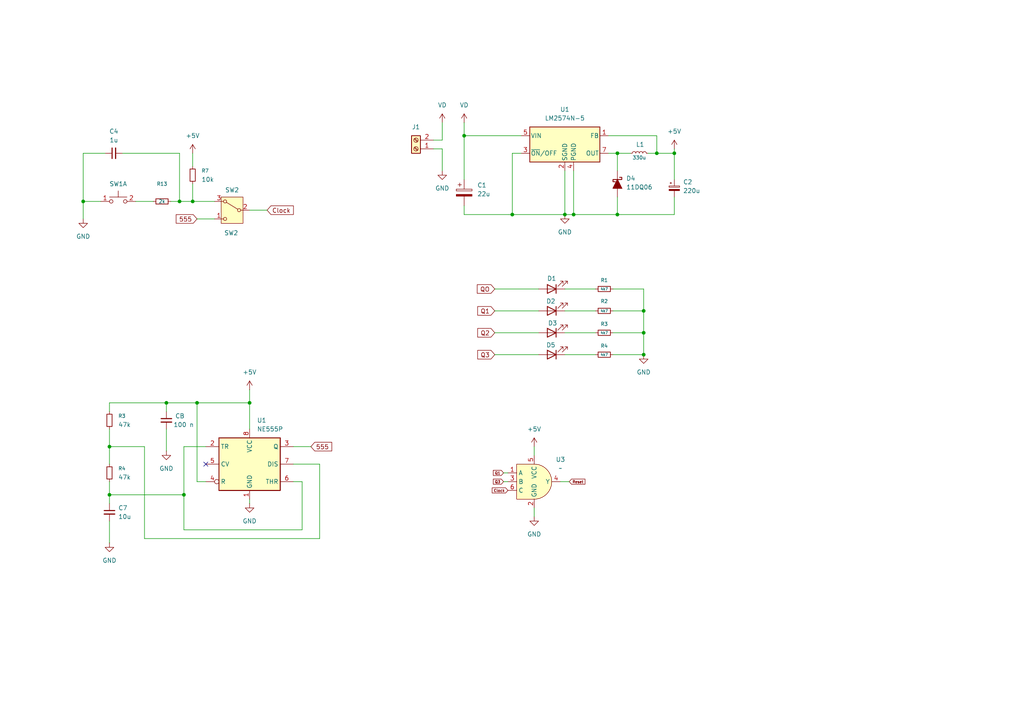
<source format=kicad_sch>
(kicad_sch (version 20250114) (generator "eeschema") (generator_version "9.0")
  (paper "A4")
  (title_block (title "BCD brojač") (rev "0") (company "TVZ - Tehničko veleučilište u Zagrebu") (comment 1 "izradio: Ivan Brajković"))
  (lib_symbols
    (symbol "Connector:Screw_Terminal_01x02" (pin_names (offset 1.016) (hide yes))
      (property "Reference" "J" (at 0 2.54 0))
      (property "Value" "Screw_Terminal_01x02" (at 0 -5.08 0))
      (symbol "Screw_Terminal_01x02_1_1"
        (rectangle (start -1.27 1.27) (end 1.27 -3.81) (stroke (width 0.254)) (fill (type background)))
        (polyline (pts (xy -0.5334 0.3302) (xy 0.3302 -0.508)) (stroke (width 0.1524)))
        (polyline (pts (xy -0.5334 -2.2098) (xy 0.3302 -3.048)) (stroke (width 0.1524)))
        (polyline (pts (xy -0.3556 0.508) (xy 0.508 -0.3302)) (stroke (width 0.1524)))
        (polyline (pts (xy -0.3556 -2.032) (xy 0.508 -2.8702)) (stroke (width 0.1524)))
        (circle (center 0 0) (radius 0.635) (stroke (width 0.1524)))
        (circle (center 0 -2.54) (radius 0.635) (stroke (width 0.1524)))
        (pin passive line (at -5.08 0 0) (length 3.81) (name "Pin_1") (number "1"))
        (pin passive line (at -5.08 -2.54 0) (length 3.81) (name "Pin_2") (number "2"))
      )
    )
    (symbol "Device:C_Polarized" (pin_numbers (hide yes)) (pin_names (offset 0.254))
      (property "Reference" "C" (at 0.635 2.54 0))
      (property "Value" "C_Polarized" (at 0.635 -2.54 0))
      (symbol "C_Polarized_0_1"
        (rectangle (start -2.286 0.508) (end 2.286 1.016))
        (polyline (pts (xy -1.778 2.286) (xy -0.762 2.286)))
        (polyline (pts (xy -1.27 2.794) (xy -1.27 1.778)))
        (rectangle (start 2.286 -0.508) (end -2.286 -1.016) (fill (type outline)))
      )
      (symbol "C_Polarized_1_1"
        (pin passive line (at 0 3.81 270) (length 2.794) (name "~") (number "1"))
        (pin passive line (at 0 -3.81 90) (length 2.794) (name "~") (number "2"))
      )
    )
    (symbol "Device:C_Polarized_Small" (pin_numbers (hide yes)) (pin_names (offset 0.254) (hide yes))
      (property "Reference" "C" (at 0.254 1.778 0))
      (property "Value" "C_Polarized_Small" (at 0.254 -2.032 0))
      (symbol "C_Polarized_Small_0_1"
        (rectangle (start -1.524 0.6858) (end 1.524 0.3048))
        (rectangle (start -1.524 -0.3048) (end 1.524 -0.6858) (fill (type outline)))
        (polyline (pts (xy -1.27 1.524) (xy -0.762 1.524)))
        (polyline (pts (xy -1.016 1.27) (xy -1.016 1.778)))
      )
      (symbol "C_Polarized_Small_1_1"
        (pin passive line (at 0 2.54 270) (length 1.8542) (name "~") (number "1"))
        (pin passive line (at 0 -2.54 90) (length 1.8542) (name "~") (number "2"))
      )
    )
    (symbol "Device:C_Small" (pin_numbers (hide yes)) (pin_names (offset 0.254) (hide yes))
      (property "Reference" "C" (at 0.254 1.778 0))
      (property "Value" "C_Small" (at 0.254 -2.032 0))
      (symbol "C_Small_0_1"
        (polyline (pts (xy -1.524 0.508) (xy 1.524 0.508)) (stroke (width 0.3048)))
        (polyline (pts (xy -1.524 -0.508) (xy 1.524 -0.508)) (stroke (width 0.3302)))
      )
      (symbol "C_Small_1_1"
        (pin passive line (at 0 2.54 270) (length 2.032) (name "~") (number "1"))
        (pin passive line (at 0 -2.54 90) (length 2.032) (name "~") (number "2"))
      )
    )
    (symbol "Device:D_Schottky_Filled" (pin_numbers (hide yes)) (pin_names (offset 1.016) (hide yes))
      (property "Reference" "D" (at 0 2.54 0))
      (property "Value" "D_Schottky_Filled" (at 0 -2.54 0))
      (symbol "D_Schottky_Filled_0_1"
        (polyline (pts (xy -1.905 0.635) (xy -1.905 1.27) (xy -1.27 1.27) (xy -1.27 -1.27) (xy -0.635 -1.27) (xy -0.635 -0.635)) (stroke (width 0.254)))
        (polyline (pts (xy 1.27 1.27) (xy 1.27 -1.27) (xy -1.27 0) (xy 1.27 1.27)) (stroke (width 0.254)) (fill (type outline)))
        (polyline (pts (xy 1.27 0) (xy -1.27 0)))
      )
      (symbol "D_Schottky_Filled_1_1"
        (pin passive line (at -3.81 0 0) (length 2.54) (name "K") (number "1"))
        (pin passive line (at 3.81 0 180) (length 2.54) (name "A") (number "2"))
      )
    )
    (symbol "Device:LED" (pin_numbers (hide yes)) (pin_names (offset 1.016) (hide yes))
      (property "Reference" "D" (at 0 2.54 0))
      (property "Value" "LED" (at 0 -2.54 0))
      (symbol "LED_0_1"
        (polyline (pts (xy -3.048 -0.762) (xy -4.572 -2.286) (xy -3.81 -2.286) (xy -4.572 -2.286) (xy -4.572 -1.524)))
        (polyline (pts (xy -1.778 -0.762) (xy -3.302 -2.286) (xy -2.54 -2.286) (xy -3.302 -2.286) (xy -3.302 -1.524)))
        (polyline (pts (xy -1.27 0) (xy 1.27 0)))
        (polyline (pts (xy -1.27 -1.27) (xy -1.27 1.27)) (stroke (width 0.254)))
        (polyline (pts (xy 1.27 -1.27) (xy 1.27 1.27) (xy -1.27 0) (xy 1.27 -1.27)) (stroke (width 0.254)))
      )
      (symbol "LED_1_1"
        (pin passive line (at -3.81 0 0) (length 2.54) (name "K") (number "1"))
        (pin passive line (at 3.81 0 180) (length 2.54) (name "A") (number "2"))
      )
    )
    (symbol "Device:L_Small" (pin_numbers (hide yes)) (pin_names (offset 0.254) (hide yes))
      (property "Reference" "L" (at 0.762 1.016 0))
      (property "Value" "L_Small" (at 0.762 -1.016 0))
      (symbol "L_Small_0_1"
        (arc (start 0 2.032) (mid 0.5058 1.524) (end 0 1.016))
        (arc (start 0 1.016) (mid 0.5058 0.508) (end 0 0))
        (arc (start 0 0) (mid 0.5058 -0.508) (end 0 -1.016))
        (arc (start 0 -1.016) (mid 0.5058 -1.524) (end 0 -2.032))
      )
      (symbol "L_Small_1_1"
        (pin passive line (at 0 2.54 270) (length 0.508) (name "~") (number "1"))
        (pin passive line (at 0 -2.54 90) (length 0.508) (name "~") (number "2"))
      )
    )
    (symbol "Device:R_Small" (pin_numbers (hide yes)) (pin_names (offset 0.254) (hide yes))
      (property "Reference" "R" (at 0 0 90))
      (property "Value" "R_Small" (at 1.778 0 90))
      (symbol "R_Small_0_1"
        (rectangle (start -0.762 1.778) (end 0.762 -1.778) (stroke (width 0.2032)))
      )
      (symbol "R_Small_1_1"
        (pin passive line (at 0 2.54 270) (length 0.762) (name "~") (number "1"))
        (pin passive line (at 0 -2.54 90) (length 0.762) (name "~") (number "2"))
      )
    )
    (symbol "Regulator_Switching:LM2574N-5" (pin_names (offset 0.254))
      (property "Reference" "U" (at -10.16 6.35 0))
      (property "Value" "LM2574N-5" (at 0 6.35 0))
      (symbol "LM2574N-5_0_1"
        (rectangle (start -10.16 5.08) (end 10.16 -5.08) (stroke (width 0.254)) (fill (type background)))
      )
      (symbol "LM2574N-5_1_1"
        (pin power_in line (at -12.7 2.54 0) (length 2.54) (name "VIN") (number "5"))
        (pin input line (at -12.7 -2.54 0) (length 2.54) (name "~{ON}/OFF") (number "3"))
        (pin no_connect line (at -10.16 0 0) (length 2.54) (hide yes) (name "NC") (number "6"))
        (pin power_in line (at 0 -7.62 90) (length 2.54) (name "SGND") (number "2"))
        (pin power_in line (at 2.54 -7.62 90) (length 2.54) (name "PGND") (number "4"))
        (pin no_connect line (at 10.16 0 180) (length 2.54) (hide yes) (name "NC") (number "8"))
        (pin input line (at 12.7 2.54 180) (length 2.54) (name "FB") (number "1"))
        (pin output line (at 12.7 -2.54 180) (length 2.54) (name "OUT") (number "7"))
      )
    )
    (symbol "SN74LVC1G11:SN74LVC1G11"
      (property "Reference" "U?" (at -2.54 7.62 0))
      (symbol "SN74LVC1G11_1_1"
        (arc (start 0 5.08) (mid 5.08 0) (end 0 -5.08) (fill (type color) (color 255 255 194 1)))
        (polyline (pts (xy 0 -5.08) (xy -5.08 -5.08) (xy -5.08 5.08) (xy 0 5.08)) (fill (type color) (color 255 255 194 1)))
        (pin input line (at -7.62 2.54 0) (length 2.54) (name "A") (number "1"))
        (pin input line (at -7.62 0 0) (length 2.54) (name "B") (number "3"))
        (pin input line (at -7.62 -2.54 0) (length 2.54) (name "C") (number "6"))
        (pin power_in line (at 0 7.62 270) (length 2.54) (name "VCC") (number "5"))
        (pin power_out line (at 0 -7.62 90) (length 2.54) (name "GND") (number "2"))
        (pin output line (at 7.62 0 180) (length 2.54) (name "Y") (number "4"))
      )
    )
    (symbol "Switch:SW_Nidec_CAS-120A1" (pin_names (offset 1) (hide yes))
      (property "Reference" "SW" (at 0 4.318 0))
      (property "Value" "SW_Nidec_CAS-120A1" (at 0 -5.08 0))
      (symbol "SW_Nidec_CAS-120A1_0_1"
        (circle (center -2.032 0) (radius 0.4572))
        (polyline (pts (xy -1.651 0.254) (xy 1.651 2.286)))
        (circle (center 2.032 2.54) (radius 0.4572))
        (circle (center 2.032 -2.54) (radius 0.4572))
      )
      (symbol "SW_Nidec_CAS-120A1_1_1"
        (rectangle (start -3.175 3.81) (end 3.175 -3.81) (fill (type background)))
        (pin passive line (at -5.08 0 0) (length 2.54) (name "B") (number "2"))
        (pin passive line (at 5.08 2.54 180) (length 2.54) (name "A") (number "3"))
        (pin passive line (at 5.08 -2.54 180) (length 2.54) (name "C") (number "1"))
      )
    )
    (symbol "Switch:SW_Push_Dual_x2" (pin_names (offset 1.016) (hide yes))
      (property "Reference" "SW" (at 1.27 2.54 0))
      (property "Value" "SW_Push_Dual_x2" (at 0 -1.524 0))
      (symbol "SW_Push_Dual_x2_0_1"
        (circle (center -2.032 0) (radius 0.508))
        (polyline (pts (xy 0 1.27) (xy 0 3.048)))
        (circle (center 2.032 0) (radius 0.508))
        (polyline (pts (xy 2.54 1.27) (xy -2.54 1.27)))
      )
      (symbol "SW_Push_Dual_x2_1_1"
        (pin passive line (at -5.08 0 0) (length 2.54) (name "C") (number "1"))
        (pin passive line (at 5.08 0 180) (length 2.54) (name "D") (number "2"))
      )
      (symbol "SW_Push_Dual_x2_2_1"
        (pin passive line (at -5.08 0 0) (length 2.54) (name "C") (number "3"))
        (pin passive line (at 5.08 0 180) (length 2.54) (name "D") (number "4"))
      )
    )
    (symbol "Timer:NE555P"
      (property "Reference" "U" (at -10.16 8.89 0))
      (property "Value" "NE555P" (at 2.54 8.89 0))
      (symbol "NE555P_0_0"
        (pin power_in line (at 0 10.16 270) (length 2.54) (name "VCC") (number "8"))
        (pin power_in line (at 0 -10.16 90) (length 2.54) (name "GND") (number "1"))
      )
      (symbol "NE555P_0_1"
        (rectangle (start -8.89 -7.62) (end 8.89 7.62) (stroke (width 0.254)) (fill (type background)))
        (rectangle (start -8.89 -7.62) (end 8.89 7.62) (stroke (width 0.254)) (fill (type background)))
      )
      (symbol "NE555P_1_1"
        (pin input line (at -12.7 5.08 0) (length 3.81) (name "TR") (number "2"))
        (pin input line (at -12.7 0 0) (length 3.81) (name "CV") (number "5"))
        (pin input inverted (at -12.7 -5.08 0) (length 3.81) (name "R") (number "4"))
        (pin output line (at 12.7 5.08 180) (length 3.81) (name "Q") (number "3"))
        (pin input line (at 12.7 0 180) (length 3.81) (name "DIS") (number "7"))
        (pin input line (at 12.7 -5.08 180) (length 3.81) (name "THR") (number "6"))
      )
    )
    (symbol "power:+5V" (power) (pin_numbers (hide yes)) (pin_names (offset 0) (hide yes))
      (property "Value" "+5V" (at 0 3.556 0))
      (symbol "+5V_0_1"
        (polyline (pts (xy -0.762 1.27) (xy 0 2.54)))
        (polyline (pts (xy 0 2.54) (xy 0.762 1.27)))
        (polyline (pts (xy 0 0) (xy 0 2.54)))
      )
      (symbol "+5V_1_1"
        (pin power_in line (at 0 0 90) (length 0) (name "~") (number "1"))
      )
    )
    (symbol "power:GND" (power) (pin_numbers (hide yes)) (pin_names (offset 0) (hide yes))
      (property "Value" "GND" (at 0 -3.81 0))
      (symbol "GND_0_1"
        (polyline (pts (xy 0 0) (xy 0 -1.27) (xy 1.27 -1.27) (xy 0 -2.54) (xy -1.27 -1.27) (xy 0 -1.27)))
      )
      (symbol "GND_1_1"
        (pin power_in line (at 0 0 270) (length 0) (name "~") (number "1"))
      )
    )
    (symbol "power:VD" (power) (pin_numbers (hide yes)) (pin_names (offset 0) (hide yes))
      (property "Value" "VD" (at 0 3.556 0))
      (symbol "VD_0_1"
        (polyline (pts (xy -0.762 1.27) (xy 0 2.54)))
        (polyline (pts (xy 0 2.54) (xy 0.762 1.27)))
        (polyline (pts (xy 0 0) (xy 0 2.54)))
      )
      (symbol "VD_1_1"
        (pin power_in line (at 0 0 90) (length 0) (name "~") (number "1"))
      )
    )
  )
  (junction (at 163.83 62.23))
  (junction (at 179.07 62.23))
  (junction (at 166.37 62.23))
  (junction (at 31.75 143.51))
  (junction (at 179.07 44.45))
  (junction (at 57.15 116.84))
  (junction (at 186.69 96.52))
  (junction (at 72.39 116.84))
  (junction (at 53.34 143.51))
  (junction (at 195.58 44.45))
  (junction (at 186.69 90.17))
  (junction (at 52.07 58.42))
  (junction (at 24.13 58.42))
  (junction (at 190.5 44.45))
  (junction (at 186.69 102.87))
  (junction (at 55.88 58.42))
  (junction (at 148.59 62.23))
  (junction (at 31.75 129.54))
  (junction (at 48.26 116.84))
  (junction (at 134.62 39.37))
  (no_connect (at 59.69 134.62))
  (wire (pts (xy 163.83 49.53) (xy 163.83 62.23)))
  (wire (pts (xy 92.71 134.62) (xy 92.71 156.21)))
  (wire (pts (xy 31.75 143.51) (xy 53.34 143.51)))
  (wire (pts (xy 31.75 129.54) (xy 31.75 134.62)))
  (wire (pts (xy 48.26 119.38) (xy 48.26 116.84)))
  (wire (pts (xy 179.07 44.45) (xy 182.88 44.45)))
  (wire (pts (xy 57.15 116.84) (xy 57.15 139.7)))
  (wire (pts (xy 125.73 43.18) (xy 128.27 43.18)))
  (wire (pts (xy 134.62 62.23) (xy 148.59 62.23)))
  (wire (pts (xy 177.8 83.82) (xy 186.69 83.82)))
  (wire (pts (xy 55.88 53.34) (xy 55.88 58.42)))
  (wire (pts (xy 186.69 90.17) (xy 186.69 96.52)))
  (wire (pts (xy 186.69 96.52) (xy 186.69 102.87)))
  (wire (pts (xy 55.88 44.45) (xy 55.88 48.26)))
  (wire (pts (xy 190.5 44.45) (xy 195.58 44.45)))
  (wire (pts (xy 39.37 58.42) (xy 44.45 58.42)))
  (wire (pts (xy 59.69 139.7) (xy 57.15 139.7)))
  (wire (pts (xy 92.71 156.21) (xy 41.91 156.21)))
  (wire (pts (xy 24.13 44.45) (xy 24.13 58.42)))
  (wire (pts (xy 166.37 49.53) (xy 166.37 62.23)))
  (wire (pts (xy 52.07 44.45) (xy 52.07 58.42)))
  (wire (pts (xy 48.26 116.84) (xy 57.15 116.84)))
  (wire (pts (xy 195.58 43.18) (xy 195.58 44.45)))
  (wire (pts (xy 143.51 83.82) (xy 156.21 83.82)))
  (wire (pts (xy 151.13 39.37) (xy 134.62 39.37)))
  (wire (pts (xy 176.53 44.45) (xy 179.07 44.45)))
  (wire (pts (xy 148.59 62.23) (xy 163.83 62.23)))
  (wire (pts (xy 163.83 102.87) (xy 172.72 102.87)))
  (wire (pts (xy 134.62 59.69) (xy 134.62 62.23)))
  (wire (pts (xy 143.51 96.52) (xy 156.21 96.52)))
  (wire (pts (xy 31.75 124.46) (xy 31.75 129.54)))
  (wire (pts (xy 31.75 119.38) (xy 31.75 116.84)))
  (wire (pts (xy 24.13 58.42) (xy 24.13 63.5)))
  (wire (pts (xy 35.56 44.45) (xy 52.07 44.45)))
  (wire (pts (xy 29.21 58.42) (xy 24.13 58.42)))
  (wire (pts (xy 31.75 116.84) (xy 48.26 116.84)))
  (wire (pts (xy 85.09 129.54) (xy 90.17 129.54)))
  (wire (pts (xy 186.69 83.82) (xy 186.69 90.17)))
  (wire (pts (xy 57.15 116.84) (xy 72.39 116.84)))
  (wire (pts (xy 134.62 39.37) (xy 134.62 52.07)))
  (wire (pts (xy 31.75 151.13) (xy 31.75 157.48)))
  (wire (pts (xy 59.69 129.54) (xy 53.34 129.54)))
  (wire (pts (xy 154.94 149.86) (xy 154.94 147.32)))
  (wire (pts (xy 146.05 139.7) (xy 147.32 139.7)))
  (wire (pts (xy 41.91 129.54) (xy 31.75 129.54)))
  (wire (pts (xy 30.48 44.45) (xy 24.13 44.45)))
  (wire (pts (xy 143.51 90.17) (xy 156.21 90.17)))
  (wire (pts (xy 87.63 153.67) (xy 53.34 153.67)))
  (wire (pts (xy 128.27 43.18) (xy 128.27 49.53)))
  (wire (pts (xy 41.91 156.21) (xy 41.91 129.54)))
  (wire (pts (xy 134.62 35.56) (xy 134.62 39.37)))
  (wire (pts (xy 187.96 44.45) (xy 190.5 44.45)))
  (wire (pts (xy 163.83 90.17) (xy 172.72 90.17)))
  (wire (pts (xy 179.07 62.23) (xy 166.37 62.23)))
  (wire (pts (xy 165.1 139.7) (xy 162.56 139.7)))
  (wire (pts (xy 72.39 60.96) (xy 77.47 60.96)))
  (wire (pts (xy 154.94 129.54) (xy 154.94 132.08)))
  (wire (pts (xy 143.51 102.87) (xy 156.21 102.87)))
  (wire (pts (xy 49.53 58.42) (xy 52.07 58.42)))
  (wire (pts (xy 176.53 39.37) (xy 190.5 39.37)))
  (wire (pts (xy 148.59 44.45) (xy 148.59 62.23)))
  (wire (pts (xy 55.88 58.42) (xy 62.23 58.42)))
  (wire (pts (xy 125.73 40.64) (xy 128.27 40.64)))
  (wire (pts (xy 72.39 113.03) (xy 72.39 116.84)))
  (wire (pts (xy 151.13 44.45) (xy 148.59 44.45)))
  (wire (pts (xy 195.58 57.15) (xy 195.58 62.23)))
  (wire (pts (xy 72.39 144.78) (xy 72.39 146.05)))
  (wire (pts (xy 195.58 44.45) (xy 195.58 52.07)))
  (wire (pts (xy 177.8 90.17) (xy 186.69 90.17)))
  (wire (pts (xy 163.83 83.82) (xy 172.72 83.82)))
  (wire (pts (xy 146.05 137.16) (xy 147.32 137.16)))
  (wire (pts (xy 179.07 44.45) (xy 179.07 49.53)))
  (wire (pts (xy 177.8 102.87) (xy 186.69 102.87)))
  (wire (pts (xy 190.5 39.37) (xy 190.5 44.45)))
  (wire (pts (xy 177.8 96.52) (xy 186.69 96.52)))
  (wire (pts (xy 163.83 96.52) (xy 172.72 96.52)))
  (wire (pts (xy 179.07 57.15) (xy 179.07 62.23)))
  (wire (pts (xy 31.75 139.7) (xy 31.75 143.51)))
  (wire (pts (xy 85.09 134.62) (xy 92.71 134.62)))
  (wire (pts (xy 85.09 139.7) (xy 87.63 139.7)))
  (wire (pts (xy 166.37 62.23) (xy 163.83 62.23)))
  (wire (pts (xy 72.39 116.84) (xy 72.39 124.46)))
  (wire (pts (xy 48.26 124.46) (xy 48.26 130.81)))
  (wire (pts (xy 57.15 63.5) (xy 62.23 63.5)))
  (wire (pts (xy 31.75 143.51) (xy 31.75 146.05)))
  (wire (pts (xy 53.34 129.54) (xy 53.34 143.51)))
  (wire (pts (xy 53.34 153.67) (xy 53.34 143.51)))
  (wire (pts (xy 128.27 35.56) (xy 128.27 40.64)))
  (wire (pts (xy 87.63 139.7) (xy 87.63 153.67)))
  (wire (pts (xy 52.07 58.42) (xy 55.88 58.42)))
  (wire (pts (xy 195.58 62.23) (xy 179.07 62.23)))
  (global_label "Q2" (shape input) (at 143.51 96.52 180) (property "Intersheetrefs" "${INTERSHEET_REFS}" (effects (hide yes))))
  (global_label "Clock" (shape input) (at 147.32 142.24 180) (effects (font (size 0.762 0.762))) (property "Intersheetrefs" "${INTERSHEET_REFS}" (effects (hide yes))))
  (global_label "Reset" (shape input) (at 165.1 139.7 0) (effects (font (size 0.762 0.762))) (property "Intersheetrefs" "${INTERSHEET_REFS}" (effects (hide yes))))
  (global_label "Clock" (shape input) (at 77.47 60.96 0) (property "Intersheetrefs" "${INTERSHEET_REFS}" (effects (hide yes))))
  (global_label "Q3" (shape input) (at 143.51 102.87 180) (property "Intersheetrefs" "${INTERSHEET_REFS}" (effects (hide yes))))
  (global_label "555" (shape input) (at 57.15 63.5 180) (property "Intersheetrefs" "${INTERSHEET_REFS}" (effects (hide yes))))
  (global_label "QO" (shape input) (at 143.51 83.82 180) (property "Intersheetrefs" "${INTERSHEET_REFS}" (effects (hide yes))))
  (global_label "Q1" (shape input) (at 143.51 90.17 180) (property "Intersheetrefs" "${INTERSHEET_REFS}" (effects (hide yes))))
  (global_label "Q3" (shape input) (at 146.05 139.7 180) (effects (font (size 0.762 0.762))) (property "Intersheetrefs" "${INTERSHEET_REFS}" (effects (hide yes))))
  (global_label "555" (shape input) (at 90.17 129.54 0) (property "Intersheetrefs" "${INTERSHEET_REFS}" (effects (hide yes))))
  (global_label "Q1" (shape input) (at 146.05 137.16 180) (effects (font (size 0.762 0.762))) (property "Intersheetrefs" "${INTERSHEET_REFS}" (effects (hide yes))))
  (symbol (lib_id "Device:R_Small") (at 175.26 83.82 90) (unit 1)
    (property "Reference" "R1" (at 175.26 81.28 90) (effects (font (size 1.016 1.016))))
    (property "Value" "4k7" (at 175.26 83.82 90) (effects (font (size 0.762 0.762))))
    (property "Description" "Resistor, small symbol" (effects (hide yes)))
  )
  (symbol (lib_id "Device:R_Small") (at 175.26 96.52 90) (unit 1)
    (property "Reference" "R3" (at 175.26 93.98 90) (effects (font (size 1.016 1.016))))
    (property "Value" "4k7" (at 175.26 96.52 90) (effects (font (size 0.762 0.762))))
    (property "Description" "Resistor, small symbol" (effects (hide yes)))
  )
  (symbol (lib_id "power:VD") (at 134.62 35.56 0) (unit 1)
    (property "Reference" "#PWR09" (effects (hide yes)))
    (property "Value" "VD" (at 134.62 30.48 0))
    (property "Description" "Power symbol creates a global label with name \"VD\"" (effects (hide yes)))
  )
  (symbol (lib_id "Connector:Screw_Terminal_01x02") (at 120.65 43.18 180) (unit 1)
    (property "Reference" "J1" (at 120.65 36.83 0))
    (property "Value" "Screw_Terminal_01x02" (effects (hide yes)))
    (property "Description" "Generic screw terminal, single row, 01x02, script generated (kicad-library-utils/schlib/autogen/connector/)" (effects (hide yes)))
  )
  (symbol (lib_id "Device:R_Small") (at 46.99 58.42 90) (unit 1)
    (property "Reference" "R13" (at 46.99 53.34 90) (effects (font (size 1.016 1.016))))
    (property "Value" "2k" (at 46.99 58.42 90) (effects (font (size 1.016 1.016))))
    (property "Description" "Resistor, small symbol" (effects (hide yes)))
  )
  (symbol (lib_id "power:GND") (at 128.27 49.53 0) (unit 1)
    (property "Reference" "#PWR013" (effects (hide yes)))
    (property "Value" "GND" (at 128.27 54.61 0))
    (property "Description" "Power symbol creates a global label with name \"GND\" , ground" (effects (hide yes)))
  )
  (symbol (lib_id "Device:LED") (at 160.02 102.87 180) (unit 1)
    (property "Reference" "D5" (at 159.766 100.076 0))
    (property "Value" "LED" (effects (hide yes)))
    (property "Description" "Light emitting diode" (effects (hide yes)))
    (property "Sim.Pins" "1=K 2=A" (effects (hide yes)))
  )
  (symbol (lib_id "Device:D_Schottky_Filled") (at 179.07 53.34 270) (unit 1)
    (property "Reference" "D4" (at 181.61 51.7524 90) (effects (justify left)))
    (property "Value" "11DQ06" (at 181.61 54.2924 90) (effects (justify left)))
    (property "Description" "Schottky diode, filled shape" (effects (hide yes)))
  )
  (symbol (lib_id "Device:LED") (at 160.02 83.82 180) (unit 1)
    (property "Reference" "D1" (at 160.02 80.772 0))
    (property "Value" "LED" (effects (hide yes)))
    (property "Description" "Light emitting diode" (effects (hide yes)))
    (property "Sim.Pins" "1=K 2=A" (effects (hide yes)))
  )
  (symbol (lib_id "power:GND") (at 154.94 149.86 0) (unit 1)
    (property "Reference" "#PWR02" (effects (hide yes)))
    (property "Value" "GND" (at 154.94 154.94 0))
    (property "Description" "Power symbol creates a global label with name \"GND\" , ground" (effects (hide yes)))
  )
  (symbol (lib_id "power:GND") (at 72.39 146.05 0) (unit 1)
    (property "Reference" "#PWR06" (effects (hide yes)))
    (property "Value" "GND" (at 72.39 151.13 0))
    (property "Description" "Power symbol creates a global label with name \"GND\" , ground" (effects (hide yes)))
  )
  (symbol (lib_id "power:GND") (at 186.69 102.87 0) (unit 1)
    (property "Reference" "#PWR014" (effects (hide yes)))
    (property "Value" "GND" (at 186.69 107.95 0))
    (property "Description" "Power symbol creates a global label with name \"GND\" , ground" (effects (hide yes)))
  )
  (symbol (lib_id "Device:C_Polarized") (at 134.62 55.88 0) (unit 1)
    (property "Reference" "C1" (at 138.43 53.7209 0) (effects (justify left)))
    (property "Value" "22u" (at 138.43 56.2609 0) (effects (justify left)))
    (property "Description" "Polarized capacitor" (effects (hide yes)))
  )
  (symbol (lib_id "SN74LVC1G11:SN74LVC1G11") (at 154.94 139.7 0) (unit 1)
    (property "Reference" "U3" (at 162.56 133.2798 0))
    (property "Value" "~" (at 162.56 135.8198 0))
    (property "Footprint" "SOT-23-6:SOT-23-6" (effects (hide yes)))
  )
  (symbol (lib_id "Switch:SW_Push_Dual_x2") (at 34.29 58.42 0) (unit 1)
    (property "Reference" "SW1" (at 34.29 53.34 0))
    (property "Value" "SW_Push_Dual_x2" (effects (hide yes)))
    (property "Description" "Push button switch, generic, separate symbols, four pins" (effects (hide yes)))
  )
  (symbol (lib_id "power:+5V") (at 72.39 113.03 0) (unit 1)
    (property "Reference" "#PWR03" (effects (hide yes)))
    (property "Value" "+5V" (at 72.39 107.95 0))
    (property "Description" "Power symbol creates a global label with name \"+5V\"" (effects (hide yes)))
  )
  (symbol (lib_id "Device:LED") (at 160.02 90.17 180) (unit 1)
    (property "Reference" "D2" (at 159.766 87.376 0))
    (property "Value" "LED" (effects (hide yes)))
    (property "Description" "Light emitting diode" (effects (hide yes)))
    (property "Sim.Pins" "1=K 2=A" (effects (hide yes)))
  )
  (symbol (lib_id "Device:R_Small") (at 175.26 102.87 90) (unit 1)
    (property "Reference" "R4" (at 175.26 100.33 90) (effects (font (size 1.016 1.016))))
    (property "Value" "4k7" (at 175.26 102.87 90) (effects (font (size 0.762 0.762))))
    (property "Description" "Resistor, small symbol" (effects (hide yes)))
  )
  (symbol (lib_id "Device:L_Small") (at 185.42 44.45 90) (unit 1)
    (property "Reference" "L1" (at 185.674 41.91 90))
    (property "Value" "330u" (at 185.42 45.72 90) (effects (font (size 1.016 1.016))))
    (property "Description" "Inductor, small symbol" (effects (hide yes)))
  )
  (symbol (lib_id "Device:C_Small") (at 31.75 148.59 0) (unit 1)
    (property "Reference" "C7" (at 34.29 147.3262 0) (effects (justify left)))
    (property "Value" "10u" (at 34.29 149.8662 0) (effects (justify left)))
    (property "Description" "Unpolarized capacitor, small symbol" (effects (hide yes)))
  )
  (symbol (lib_id "Regulator_Switching:LM2574N-5") (at 163.83 41.91 0) (unit 1)
    (property "Reference" "U1" (at 163.83 31.75 0))
    (property "Value" "LM2574N-5" (at 163.83 34.29 0))
    (property "Footprint" "Package_DIP:DIP-8_W7.62mm" (effects (hide yes)))
    (property "Datasheet" "http://www.national.com/ds/LM/LM2574.pdf" (effects (hide yes)))
    (property "Description" "5V, 0.5A SIMPLE SWITCHER® Step-Down Voltage Regulator, DIP-8" (effects (hide yes)))
  )
  (symbol (lib_id "Switch:SW_Nidec_CAS-120A1") (at 67.31 60.96 0) (mirror y) (unit 1)
    (property "Reference" "SW2" (at 67.31 55.118 0))
    (property "Value" "SW2" (at 67.056 67.564 0))
    (property "Footprint" "Button_Switch_SMD:Nidec_Copal_CAS-120A" (effects (hide yes)))
    (property "Datasheet" "https://www.nidec-components.com/e/catalog/switch/cas.pdf" (effects (hide yes)))
    (property "Description" "Switch, single pole double throw" (effects (hide yes)))
  )
  (symbol (lib_id "power:+5V") (at 55.88 44.45 0) (unit 1)
    (property "Reference" "#PWR08" (effects (hide yes)))
    (property "Value" "+5V" (at 55.88 39.37 0))
    (property "Description" "Power symbol creates a global label with name \"+5V\"" (effects (hide yes)))
  )
  (symbol (lib_id "power:GND") (at 163.83 62.23 0) (unit 1)
    (property "Reference" "#PWR010" (effects (hide yes)))
    (property "Value" "GND" (at 163.83 67.31 0))
    (property "Description" "Power symbol creates a global label with name \"GND\" , ground" (effects (hide yes)))
  )
  (symbol (lib_id "power:GND") (at 31.75 157.48 0) (unit 1)
    (property "Reference" "#PWR04" (effects (hide yes)))
    (property "Value" "GND" (at 31.75 162.56 0))
    (property "Description" "Power symbol creates a global label with name \"GND\" , ground" (effects (hide yes)))
  )
  (symbol (lib_id "Device:R_Small") (at 55.88 50.8 0) (unit 1)
    (property "Reference" "R7" (at 58.42 49.5299 0) (effects (font (size 1.016 1.016)) (justify left)))
    (property "Value" "10k" (at 58.42 52.0699 0) (effects (justify left)))
    (property "Description" "Resistor, small symbol" (effects (hide yes)))
  )
  (symbol (lib_id "power:+5V") (at 195.58 43.18 0) (unit 1)
    (property "Reference" "#PWR011" (effects (hide yes)))
    (property "Value" "+5V" (at 195.58 38.1 0))
    (property "Description" "Power symbol creates a global label with name \"+5V\"" (effects (hide yes)))
  )
  (symbol (lib_id "Device:R_Small") (at 31.75 121.92 0) (unit 1)
    (property "Reference" "R3" (at 34.29 120.6499 0) (effects (font (size 1.016 1.016)) (justify left)))
    (property "Value" "47k" (at 34.29 123.1899 0) (effects (justify left)))
    (property "Description" "Resistor, small symbol" (effects (hide yes)))
  )
  (symbol (lib_id "Timer:NE555P") (at 72.39 134.62 0) (unit 1)
    (property "Reference" "U1" (at 74.5333 121.92 0) (effects (justify left)))
    (property "Value" "NE555P" (at 74.5333 124.46 0) (effects (justify left)))
    (property "Footprint" "Package_DIP:DIP-8_W7.62mm" (effects (hide yes)))
    (property "Datasheet" "http://www.ti.com/lit/ds/symlink/ne555.pdf" (effects (hide yes)))
    (property "Description" "Precision Timers, 555 compatible,  PDIP-8" (effects (hide yes)))
  )
  (symbol (lib_id "Device:LED") (at 160.02 96.52 180) (unit 1)
    (property "Reference" "D3" (at 160.274 93.726 0))
    (property "Value" "LED" (effects (hide yes)))
    (property "Description" "Light emitting diode" (effects (hide yes)))
    (property "Sim.Pins" "1=K 2=A" (effects (hide yes)))
  )
  (symbol (lib_id "power:VD") (at 128.27 35.56 0) (unit 1)
    (property "Reference" "#PWR012" (effects (hide yes)))
    (property "Value" "VD" (at 128.27 30.48 0))
    (property "Description" "Power symbol creates a global label with name \"VD\"" (effects (hide yes)))
  )
  (symbol (lib_id "Device:R_Small") (at 175.26 90.17 90) (unit 1)
    (property "Reference" "R2" (at 175.26 87.376 90) (effects (font (size 1.016 1.016))))
    (property "Value" "4k7" (at 175.26 90.17 90) (effects (font (size 0.762 0.762))))
    (property "Description" "Resistor, small symbol" (effects (hide yes)))
  )
  (symbol (lib_id "Device:C_Small") (at 33.02 44.45 90) (unit 1)
    (property "Reference" "C4" (at 33.0263 38.1 90))
    (property "Value" "1u" (at 33.0263 40.64 90))
    (property "Description" "Unpolarized capacitor, small symbol" (effects (hide yes)))
  )
  (symbol (lib_id "power:+5V") (at 154.94 129.54 0) (unit 1)
    (property "Reference" "#PWR01" (effects (hide yes)))
    (property "Value" "+5V" (at 154.94 124.46 0))
    (property "Description" "Power symbol creates a global label with name \"+5V\"" (effects (hide yes)))
  )
  (symbol (lib_id "power:GND") (at 48.26 130.81 0) (unit 1)
    (property "Reference" "#PWR05" (effects (hide yes)))
    (property "Value" "GND" (at 48.26 135.89 0))
    (property "Description" "Power symbol creates a global label with name \"GND\" , ground" (effects (hide yes)))
  )
  (symbol (lib_id "Device:C_Polarized_Small") (at 195.58 54.61 0) (unit 1)
    (property "Reference" "C2" (at 198.12 52.7938 0) (effects (justify left)))
    (property "Value" "220u" (at 198.12 55.3338 0) (effects (justify left)))
    (property "Description" "Polarized capacitor, small symbol" (effects (hide yes)))
  )
  (symbol (lib_id "power:GND") (at 24.13 63.5 0) (unit 1)
    (property "Reference" "#PWR07" (effects (hide yes)))
    (property "Value" "GND" (at 24.13 68.58 0))
    (property "Description" "Power symbol creates a global label with name \"GND\" , ground" (effects (hide yes)))
  )
  (symbol (lib_id "Device:C_Small") (at 48.26 121.92 0) (unit 1)
    (property "Reference" "CB" (at 50.8 120.6562 0) (effects (justify left)))
    (property "Value" "100 n" (at 50.292 123.19 0) (effects (justify left)))
    (property "Description" "Unpolarized capacitor, small symbol" (effects (hide yes)))
  )
  (symbol (lib_id "Device:R_Small") (at 31.75 137.16 0) (unit 1)
    (property "Reference" "R4" (at 34.29 135.8899 0) (effects (font (size 1.016 1.016)) (justify left)))
    (property "Value" "47k" (at 34.29 138.4299 0) (effects (justify left)))
    (property "Description" "Resistor, small symbol" (effects (hide yes)))
  )
)
</source>
